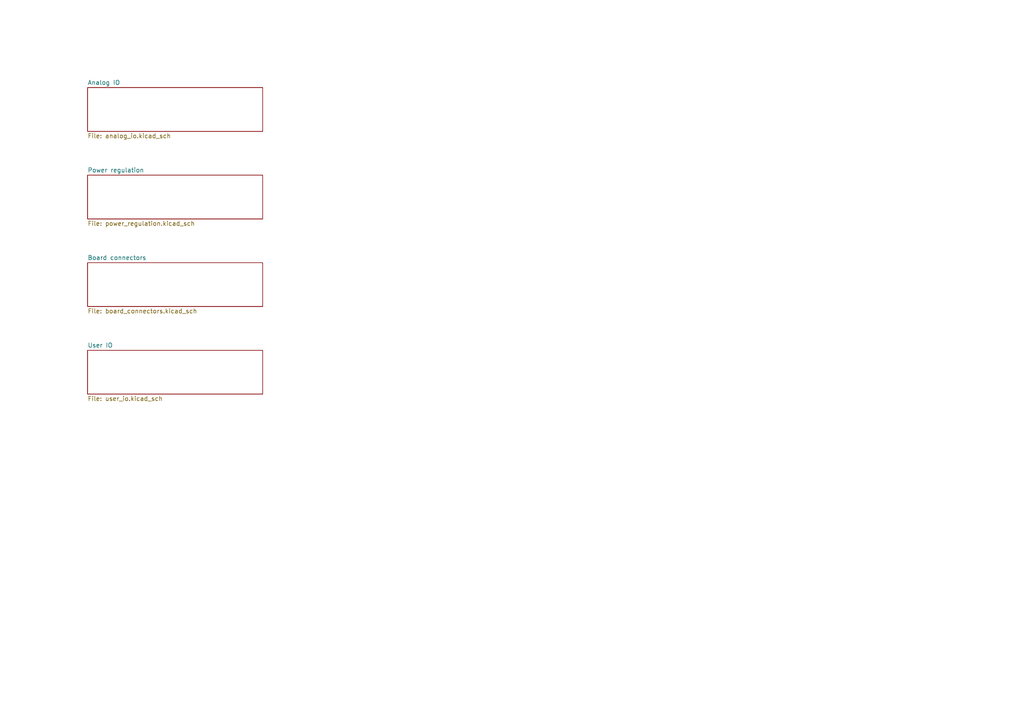
<source format=kicad_sch>
(kicad_sch (version 20230121) (generator eeschema)
  (paper "A4")
  (title_block (title "DSP PAW add-on board") (date "2023-08-15") (company "bitgloo") (comment 1 "Released under the CERN Open Hardware Licence Version 2 - Strongly Reciprocal"))
  (lib_symbols)
  (sheet (at 25.4 76.2) (size 50.8 12.7) (stroke (width 0.1524))
    (property "Sheetname" "Board connectors" (at 25.4 75.4884 0) (effects (justify left bottom)))
    (property "Sheetfile" "board_connectors.kicad_sch" (at 25.4 89.4846 0) (effects (justify left top)))
  )
  (sheet (at 25.4 25.4) (size 50.8 12.7) (stroke (width 0.1524))
    (property "Sheetname" "Analog IO" (at 25.4 24.6884 0) (effects (justify left bottom)))
    (property "Sheetfile" "analog_io.kicad_sch" (at 25.4 38.6846 0) (effects (justify left top)))
  )
  (sheet (at 25.4 101.6) (size 50.8 12.7) (stroke (width 0.1524))
    (property "Sheetname" "User IO" (at 25.4 100.8884 0) (effects (justify left bottom)))
    (property "Sheetfile" "user_io.kicad_sch" (at 25.4 114.8846 0) (effects (justify left top)))
  )
  (sheet (at 25.4 50.8) (size 50.8 12.7) (stroke (width 0.1524))
    (property "Sheetname" "Power regulation" (at 25.4 50.0884 0) (effects (justify left bottom)))
    (property "Sheetfile" "power_regulation.kicad_sch" (at 25.4 64.0846 0) (effects (justify left top)))
  )
)
</source>
